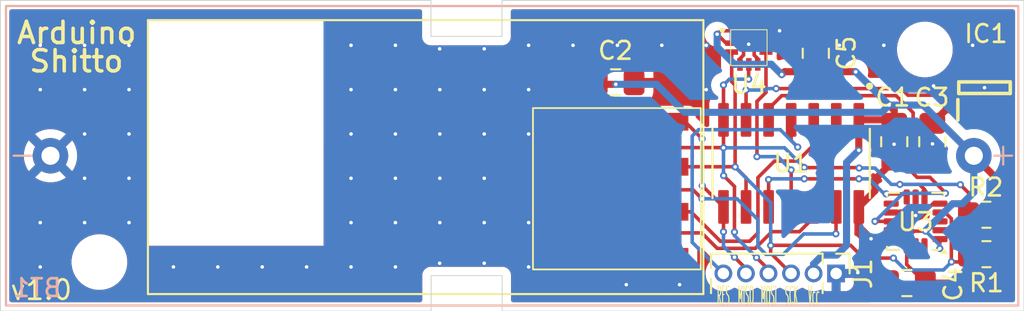
<source format=kicad_pcb>
(kicad_pcb (version 20240108) (generator "pcbnew") (generator_version "8.0")
  (layers (0 "F.Cu" signal) (31 "B.Cu" signal) (34 "B.Paste" user) (35 "F.Paste" user) (36 "B.SilkS" user "B.Silkscreen") (37 "F.SilkS" user "F.Silkscreen") (38 "B.Mask" user) (39 "F.Mask" user) (44 "Edge.Cuts" user))
  (net 0 "")
  (net 1 "GND")
  (net 2 "/RESET")
  (net 3 "3.6V")
  (net 8 "/IRQ")
  (net 11 "/SCK")
  (net 12 "/INT_HALL")
  (net 13 "/CS{slash}A")
  (net 14 "/CS{slash}RF")
  (net 15 "/CS{slash}P")
  (net 16 "/CE")
  (net 17 "/MISO")
  (net 18 "/MOSI")
  (net 20 "/INT_ACC")
  (footprint "Capacitor_SMD:C_0805_2012Metric_Pad1.18x1.45mm_HandSolder" (layer "F.Cu") (at 129.6675 68.0475 90)
    (property "Reference" "C1" (at 2.505 -0.0775 180) (layer "F.SilkS"))
    (property "Value" "100nF" (hide yes))
    (pad "1" smd roundrect (at -1.0375 0 90) (size 1.175 1.45) (layers "F.Cu" "F.Paste" "F.Mask") (roundrect_rratio 0.212766) (net 1 "GND"))
    (pad "2" smd roundrect (at 1.0375 0 90) (size 1.175 1.45) (layers "F.Cu" "F.Paste" "F.Mask") (roundrect_rratio 0.212766) (net 3 "3.6V"))
  )
  (footprint "RF_Module:nRF24L01_Breakout" (layer "F.Cu") (at 114.475 74.925 180)
    (property "Reference" "U2" (hide yes))
    (property "Value" "NRF24L01_Breakout" (hide yes))
    (pad "1" smd rect (at -1.8 0.385 270) (size 1 3.6) (layers "F.Cu" "F.Paste" "F.Mask") (net 1 "GND") (clearance 0.4))
    (pad "2" smd rect (at 2.8 0.385 270) (size 1 3.6) (layers "F.Cu" "F.Paste" "F.Mask") (net 3 "3.6V") (clearance 0.4))
    (pad "3" smd rect (at -1.8 2.925 270) (size 1 3.6) (layers "F.Cu" "F.Paste" "F.Mask") (net 16 "/CE") (clearance 0.4))
    (pad "4" smd rect (at 2.8 2.925 270) (size 1 3.6) (layers "F.Cu" "F.Paste" "F.Mask") (net 14 "/CS{slash}RF") (clearance 0.4))
    (pad "5" smd rect (at -1.8 5.465 270) (size 1 3.6) (layers "F.Cu" "F.Paste" "F.Mask") (net 11 "/SCK") (clearance 0.4))
    (pad "6" smd rect (at 2.8 5.465 270) (size 1 3.6) (layers "F.Cu" "F.Paste" "F.Mask") (net 18 "/MOSI") (clearance 0.4))
    (pad "7" smd rect (at -1.8 8.005 270) (size 1 3.6) (layers "F.Cu" "F.Paste" "F.Mask") (net 17 "/MISO") (clearance 0.4))
    (pad "8" smd rect (at 2.8 8.005 270) (size 1 3.6) (layers "F.Cu" "F.Paste" "F.Mask") (net 8 "/IRQ") (clearance 0.4))
  )
  (footprint "ATTINY84-20SSU:SOIC127P600X175-14N" (layer "F.Cu") (at 123.8625 69.27 -90)
    (property "Reference" "U1" (at 0 0 0) (layer "F.SilkS"))
    (property "Value" "ATTINY84-20SSU" (hide yes))
    (pad "1" smd roundrect (at -2.455 -3.81 270) (size 1.9 0.6) (layers "F.Cu" "F.Paste" "F.Mask") (roundrect_rratio 0.125) (net 3 "3.6V"))
    (pad "2" smd roundrect (at -2.455 -2.54 270) (size 1.9 0.6) (layers "F.Cu" "F.Paste" "F.Mask") (roundrect_rratio 0.125))
    (pad "3" smd roundrect (at -2.455 -1.27 270) (size 1.9 0.6) (layers "F.Cu" "F.Paste" "F.Mask") (roundrect_rratio 0.125) (net 16 "/CE"))
    (pad "4" smd roundrect (at -2.455 0 270) (size 1.9 0.6) (layers "F.Cu" "F.Paste" "F.Mask") (roundrect_rratio 0.125) (net 2 "/RESET"))
    (pad "5" smd roundrect (at -2.455 1.27 270) (size 1.9 0.6) (layers "F.Cu" "F.Paste" "F.Mask") (roundrect_rratio 0.125) (net 20 "/INT_ACC"))
    (pad "6" smd roundrect (at -2.455 2.54 270) (size 1.9 0.6) (layers "F.Cu" "F.Paste" "F.Mask") (roundrect_rratio 0.125) (net 12 "/INT_HALL"))
    (pad "7" smd roundrect (at -2.455 3.81 270) (size 1.9 0.6) (layers "F.Cu" "F.Paste" "F.Mask") (roundrect_rratio 0.125) (net 18 "/MOSI"))
    (pad "8" smd roundrect (at 2.455 3.81 270) (size 1.9 0.6) (layers "F.Cu" "F.Paste" "F.Mask") (roundrect_rratio 0.125) (net 17 "/MISO"))
    (pad "9" smd roundrect (at 2.455 2.54 270) (size 1.9 0.6) (layers "F.Cu" "F.Paste" "F.Mask") (roundrect_rratio 0.125) (net 11 "/SCK"))
    (pad "10" smd roundrect (at 2.455 1.27 270) (size 1.9 0.6) (layers "F.Cu" "F.Paste" "F.Mask") (roundrect_rratio 0.125) (net 13 "/CS{slash}A"))
    (pad "11" smd roundrect (at 2.455 0 270) (size 1.9 0.6) (layers "F.Cu" "F.Paste" "F.Mask") (roundrect_rratio 0.125) (net 15 "/CS{slash}P"))
    (pad "12" smd roundrect (at 2.455 -1.27 270) (size 1.9 0.6) (layers "F.Cu" "F.Paste" "F.Mask") (roundrect_rratio 0.125) (net 14 "/CS{slash}RF"))
    (pad "13" smd roundrect (at 2.455 -2.54 270) (size 1.9 0.6) (layers "F.Cu" "F.Paste" "F.Mask") (roundrect_rratio 0.125) (net 8 "/IRQ"))
    (pad "14" smd roundrect (at 2.455 -3.81 270) (size 1.9 0.6) (layers "F.Cu" "F.Paste" "F.Mask") (roundrect_rratio 0.125) (net 1 "GND"))
  )
  (footprint "Connector_PinHeader_1.27mm:PinHeader_1x06_P1.27mm_Vertical" (layer "F.Cu") (at 126.395 75.475 -90)
    (property "Reference" "J1" (at 0.015 -1.505 90) (layer "F.SilkS"))
    (property "Value" "Conn_01x06_Pin" (hide yes))
    (pad "1" thru_hole rect (at 0 0 270) (size 1 1) (drill 0.65) (layers "*.Cu" "*.Mask") (net 1 "GND"))
    (pad "2" thru_hole oval (at 0 1.27 270) (size 1 1) (drill 0.65) (layers "*.Cu" "*.Mask") (net 3 "3.6V"))
    (pad "3" thru_hole oval (at 0 2.54 270) (size 1 1) (drill 0.65) (layers "*.Cu" "*.Mask") (net 11 "/SCK"))
    (pad "4" thru_hole oval (at 0 3.81 270) (size 1 1) (drill 0.65) (layers "*.Cu" "*.Mask") (net 18 "/MOSI"))
    (pad "5" thru_hole oval (at 0 5.08 270) (size 1 1) (drill 0.65) (layers "*.Cu" "*.Mask") (net 17 "/MISO"))
    (pad "6" thru_hole oval (at 0 6.35 270) (size 1 1) (drill 0.65) (layers "*.Cu" "*.Mask") (net 2 "/RESET"))
  )
  (footprint "Package_LGA:LGA-16_3x3mm_P0.5mm_LayoutBorder3x5y" (layer "F.Cu") (at 130.87 72.54 180)
    (property "Reference" "U3" (at -0.005 -0.03 0) (layer "F.SilkS"))
    (property "Value" "LIS3DH" (hide yes))
    (pad "1" smd roundrect (at -1.375 -1 180) (size 0.85 0.35) (layers "F.Cu" "F.Paste" "F.Mask") (net 3 "3.6V") (clearance 0.07))
    (pad "2" smd roundrect (at -1.375 -0.5 180) (size 0.85 0.35) (layers "F.Cu" "F.Paste" "F.Mask") (clearance 0.07))
    (pad "3" smd roundrect (at -1.375 0 180) (size 0.85 0.35) (layers "F.Cu" "F.Paste" "F.Mask") (clearance 0.07))
    (pad "4" smd roundrect (at -1.375 0.5 180) (size 0.85 0.35) (layers "F.Cu" "F.Paste" "F.Mask") (net 11 "/SCK") (clearance 0.07))
    (pad "5" smd roundrect (at -1.375 1 180) (size 0.85 0.35) (layers "F.Cu" "F.Paste" "F.Mask") (net 1 "GND") (clearance 0.07))
    (pad "6" smd roundrect (at -0.5 1.375 180) (size 0.35 0.85) (layers "F.Cu" "F.Paste" "F.Mask") (net 18 "/MOSI") (clearance 0.07))
    (pad "7" smd roundrect (at 0 1.375 180) (size 0.35 0.85) (layers "F.Cu" "F.Paste" "F.Mask") (clearance 0.07))
    (pad "8" smd roundrect (at 0.5 1.375 180) (size 0.35 0.85) (layers "F.Cu" "F.Paste" "F.Mask") (net 13 "/CS{slash}A") (clearance 0.07))
    (pad "9" smd roundrect (at 1.375 1 180) (size 0.85 0.35) (layers "F.Cu" "F.Paste" "F.Mask") (clearance 0.07))
    (pad "10" smd roundrect (at 1.375 0.5 180) (size 0.85 0.35) (layers "F.Cu" "F.Paste" "F.Mask") (net 1 "GND") (clearance 0.07))
    (pad "11" smd roundrect (at 1.375 0 180) (size 0.85 0.35) (layers "F.Cu" "F.Paste" "F.Mask") (net 20 "/INT_ACC") (clearance 0.07))
    (pad "12" smd roundrect (at 1.375 -0.5 180) (size 0.85 0.35) (layers "F.Cu" "F.Paste" "F.Mask") (net 1 "GND") (clearance 0.07))
    (pad "13" smd roundrect (at 1.375 -1 180) (size 0.85 0.35) (layers "F.Cu" "F.Paste" "F.Mask") (clearance 0.07))
    (pad "14" smd roundrect (at 0.5 -1.375 180) (size 0.35 0.85) (layers "F.Cu" "F.Paste" "F.Mask") (net 3 "3.6V") (clearance 0.07))
    (pad "15" smd roundrect (at 0 -1.375 180) (size 0.35 0.85) (layers "F.Cu" "F.Paste" "F.Mask") (clearance 0.07))
    (pad "16" smd roundrect (at -0.5 -1.375 180) (size 0.35 0.85) (layers "F.Cu" "F.Paste" "F.Mask") (clearance 0.07))
  )
  (footprint "ILPS22QSTR:ILPS22QSTR" (layer "F.Cu") (at 121.48 62.74 180)
    (property "Reference" "U4" (at -0.01 -2.08 0) (layer "F.SilkS"))
    (property "Value" "ILPS22QS" (hide yes))
    (pad "1" smd rect (at 0.965 0.25) (size 0.714 0.312) (layers "F.Cu" "F.Paste" "F.Mask") (net 3 "3.6V") (clearance 0.07))
    (pad "2" smd rect (at 0.965 -0.25) (size 0.714 0.312) (layers "F.Cu" "F.Paste" "F.Mask") (net 11 "/SCK") (clearance 0.07))
    (pad "3" smd rect (at 0.5 -0.95 270) (size 0.714 0.312) (layers "F.Cu" "F.Paste" "F.Mask") (net 1 "GND") (clearance 0.07))
    (pad "4" smd rect (at 0 -0.95 270) (size 0.714 0.312) (layers "F.Cu" "F.Paste" "F.Mask") (net 18 "/MOSI") (clearance 0.07))
    (pad "5" smd rect (at -0.5 -0.95 270) (size 0.7 0.312) (layers "F.Cu" "F.Paste" "F.Mask") (net 1 "GND") (clearance 0.07))
    (pad "6" smd rect (at -0.965 -0.25) (size 0.7314 0.312) (layers "F.Cu" "F.Paste" "F.Mask") (net 15 "/CS{slash}P") (clearance 0.07))
    (pad "7" smd rect (at -0.965 0.25 180) (size 0.714 0.312) (layers "F.Cu" "F.Paste" "F.Mask") (net 1 "GND") (clearance 0.07))
    (pad "8" smd rect (at -0.5 0.95 270) (size 0.714 0.312) (layers "F.Cu" "F.Paste" "F.Mask") (net 1 "GND") (clearance 0.07))
    (pad "9" smd rect (at 0 0.95 270) (size 0.714 0.312) (layers "F.Cu" "F.Paste" "F.Mask") (net 1 "GND") (clearance 0.07))
    (pad "10" smd rect (at 0.5 0.95 270) (size 0.714 0.312) (layers "F.Cu" "F.Paste" "F.Mask") (net 3 "3.6V") (clearance 0.07))
  )
  (footprint "Resistor_SMD:R_0805_2012Metric_Pad1.20x1.40mm_HandSolder" (layer "F.Cu") (at 134.8575 74.39 180)
    (property "Reference" "R1" (at 0 -1.625 0) (layer "F.SilkS"))
    (property "Value" "10kΩ" (hide yes))
    (pad "1" smd roundrect (at -1 0 180) (size 1.2 1.4) (layers "F.Cu" "F.Paste" "F.Mask") (roundrect_rratio 0.208333) (net 3 "3.6V"))
    (pad "2" smd roundrect (at 1 0 180) (size 1.2 1.4) (layers "F.Cu" "F.Paste" "F.Mask") (roundrect_rratio 0.208333) (net 11 "/SCK"))
  )
  (footprint "Si7201-B-04-IV:SOT95P275X125-3N" (layer "F.Cu") (at 134.75 65 90)
    (property "Reference" "IC1" (hide yes))
    (property "Value" "Si7201-B-04-IV" (hide yes))
    (pad "1" smd rect (at -1.25 -0.95 180) (size 0.6 1.05) (layers "F.Cu" "F.Paste" "F.Mask") (net 3 "3.6V"))
    (pad "2" smd rect (at -1.25 0.95 180) (size 0.6 1.05) (layers "F.Cu" "F.Paste" "F.Mask") (net 12 "/INT_HALL"))
    (pad "3" smd rect (at 1.45 0 180) (size 0.6 1.05) (layers "F.Cu" "F.Paste" "F.Mask") (net 1 "GND"))
  )
  (footprint "Resistor_SMD:R_0805_2012Metric_Pad1.20x1.40mm_HandSolder" (layer "F.Cu") (at 134.8575 72.165 180)
    (property "Reference" "R2" (at 0.0275 1.545 0) (layer "F.SilkS"))
    (property "Value" "10kΩ" (hide yes))
    (pad "1" smd roundrect (at -1 0 180) (size 1.2 1.4) (layers "F.Cu" "F.Paste" "F.Mask") (roundrect_rratio 0.208333) (net 3 "3.6V"))
    (pad "2" smd roundrect (at 1 0 180) (size 1.2 1.4) (layers "F.Cu" "F.Paste" "F.Mask") (roundrect_rratio 0.208333) (net 18 "/MOSI"))
  )
  (footprint "Capacitor_SMD:C_0805_2012Metric_Pad1.18x1.45mm_HandSolder" (layer "F.Cu") (at 125.25 63.06 -90)
    (property "Reference" "C5" (at -0.005 -1.7225 90) (layer "F.SilkS"))
    (property "Value" "100nF" (hide yes))
    (pad "1" smd roundrect (at -1.0375 0 270) (size 1.175 1.45) (layers "F.Cu" "F.Paste" "F.Mask") (roundrect_rratio 0.212766) (net 1 "GND"))
    (pad "2" smd roundrect (at 1.0375 0 270) (size 1.175 1.45) (layers "F.Cu" "F.Paste" "F.Mask") (roundrect_rratio 0.212766) (net 3 "3.6V"))
  )
  (footprint "Capacitor_SMD:C_0805_2012Metric_Pad1.18x1.45mm_HandSolder" (layer "F.Cu") (at 130.38 76.02)
    (property "Reference" "C4" (at 2.6 0.06 90) (layer "F.SilkS"))
    (property "Value" "100nF" (hide yes))
    (pad "1" smd roundrect (at -1.0375 0) (size 1.175 1.45) (layers "F.Cu" "F.Paste" "F.Mask") (roundrect_rratio 0.212766) (net 1 "GND"))
    (pad "2" smd roundrect (at 1.0375 0) (size 1.175 1.45) (layers "F.Cu" "F.Paste" "F.Mask") (roundrect_rratio 0.212766) (net 3 "3.6V"))
  )
  (footprint "Capacitor_SMD:C_0805_2012Metric_Pad1.18x1.45mm_HandSolder" (layer "F.Cu") (at 131.81 68.0475 90)
    (property "Reference" "C3" (at 2.49 -0.02 180) (layer "F.SilkS"))
    (property "Value" "100nF" (hide yes))
    (pad "1" smd roundrect (at -1.0375 0 90) (size 1.175 1.45) (layers "F.Cu" "F.Paste" "F.Mask") (roundrect_rratio 0.212766) (net 1 "GND"))
    (pad "2" smd roundrect (at 1.0375 0 90) (size 1.175 1.45) (layers "F.Cu" "F.Paste" "F.Mask") (roundrect_rratio 0.212766) (net 3 "3.6V"))
  )
  (footprint "Capacitor_SMD:C_0805_2012Metric_Pad1.18x1.45mm_HandSolder" (layer "F.Cu") (at 113.98 64.7 180)
    (property "Reference" "C2" (at 0.01 1.79 0) (layer "F.SilkS"))
    (property "Value" "10µF" (hide yes))
    (pad "1" smd roundrect (at -1.0375 0 180) (size 1.175 1.45) (layers "F.Cu" "F.Paste" "F.Mask") (roundrect_rratio 0.212766) (net 1 "GND"))
    (pad "2" smd roundrect (at 1.0375 0 180) (size 1.175 1.45) (layers "F.Cu" "F.Paste" "F.Mask") (roundrect_rratio 0.212766) (net 3 "3.6V"))
  )
  (footprint "clipboard:4eb36868-7858-4e6f-a6ae-c8a8869b2542" (layer "F.Cu") (at 119.98 61.89)
    (property "Reference" "" (at 0 0 0) (layer "F.SilkS") (effects (font (size 1.27 1.27))))
    (property "Value" "")
  )
  (footprint "2460:BAT_2460" (layer "B.Cu") (at 108.1525 68.84)
    (property "Reference" "BT1" (at -26.745 7.45 180) (layer "B.SilkS") (effects (justify mirror)))
    (property "Value" "2460" (hide yes))
    (pad "" np_thru_hole circle (at -23.24 5.995) (size 2.64 2.64) (drill 2.64) (layers "*.Cu" "*.Mask"))
    (pad "" np_thru_hole circle (at 23.24 -5.995) (size 2.64 2.64) (drill 2.64) (layers "*.Cu" "*.Mask"))
    (pad "N" thru_hole circle (at -25.995 0) (size 2 2) (drill 1.02) (layers "*.Cu" "*.Mask") (net 1 "GND"))
    (pad "P" thru_hole circle (at 25.995 0) (size 2 2) (drill 1.02) (layers "*.Cu" "*.Mask") (net 3 "3.6V"))
  )
  (gr_line (start 79.34 60.08) (end 79.34 77.6) (stroke (width 0.05)) (layer "Edge.Cuts"))
  (gr_line (start 103.59 75.6) (end 103.59 77.6) (stroke (width 0.05)) (layer "Edge.Cuts"))
  (gr_line (start 103.58 60.08) (end 79.34 60.08) (stroke (width 0.05)) (layer "Edge.Cuts"))
  (gr_line (start 103.59 75.6) (end 107.59 75.6) (stroke (width 0.05)) (layer "Edge.Cuts"))
  (gr_line (start 107.58 62.11) (end 103.58 62.11) (stroke (width 0.05)) (layer "Edge.Cuts"))
  (gr_line (start 136.97 77.6) (end 136.97 60.08) (stroke (width 0.05)) (layer "Edge.Cuts"))
  (gr_line (start 79.34 77.6) (end 103.59 77.6) (stroke (width 0.05)) (layer "Edge.Cuts"))
  (gr_line (start 131.93 60.08) (end 136.97 60.08) (stroke (width 0.05)) (layer "Edge.Cuts"))
  (gr_line (start 107.59 75.6) (end 107.59 77.6) (stroke (width 0.05)) (layer "Edge.Cuts"))
  (gr_line (start 107.58 62.11) (end 107.58 60.08) (stroke (width 0.05)) (layer "Edge.Cuts"))
  (gr_line (start 107.59 77.6) (end 136.97 77.6) (stroke (width 0.05)) (layer "Edge.Cuts"))
  (gr_line (start 131.93 60.08) (end 107.58 60.08) (stroke (width 0.05)) (layer "Edge.Cuts"))
  (gr_line (start 103.58 62.11) (end 103.58 60.08) (stroke (width 0.05)) (layer "Edge.Cuts"))
  (gr_text "v1.0" (at 79.81 77.05 0) (layer "F.SilkS") (effects (font (size 1.1 1.1)) (justify left bottom)))
  (gr_text "Shitto" (at 80.8575 64.21 0) (layer "F.SilkS") (effects (font (size 1.2 1.2) (thickness 0.2) (bold yes)) (justify left bottom)))
  (gr_text "RES" (at 119.65 77.31 0) (layer "F.SilkS") (effects (font (size 1 0.25) (thickness 0.0625) (bold yes)) (justify left bottom)))
  (gr_text "MISO" (at 120.82 77.31 0) (layer "F.SilkS") (effects (font (size 1 0.25) (thickness 0.0625) (bold yes)) (justify left bottom)))
  (gr_text "SCK" (at 123.47 77.31 0) (layer "F.SilkS") (effects (font (size 1 0.25) (thickness 0.0625) (bold yes)) (justify left bottom)))
  (gr_text "MOSI" (at 122.11 77.31 0) (layer "F.SilkS") (effects (font (size 1 0.25) (thickness 0.0625) (bold yes)) (justify left bottom)))
  (gr_text "IC1\n" (at 134.83 61.96 0) (layer "F.SilkS") (effects (font (size 1 1))))
  (gr_text "Vcc\n" (at 124.78 77.31 0) (layer "F.SilkS") (effects (font (size 1 0.25) (thickness 0.0625) (bold yes)) (justify left bottom)))
  (gr_text "Arduino" (at 80.1575 62.61 0) (layer "F.SilkS") (effects (font (size 1.2 1.2) (thickness 0.2) (bold yes)) (justify left bottom)))
  (segment (start 129.6675 68.2) (end 129.6575 68.19) (width 0.4) (layer "F.Cu") (net 1))
  (segment (start 131.85 71.54) (end 132.2325 71.54) (width 0.2) (layer "F.Cu") (net 1))
  (segment (start 121.18 62.84) (end 121.18 63.163) (width 0.2) (layer "F.Cu") (net 1))
  (segment (start 121.78 62.86) (end 121.78 63.163) (width 0.2) (layer "F.Cu") (net 1))
  (segment (start 121.78 63.163) (end 121.98 63.363) (width 0.2) (layer "F.Cu") (net 1))
  (segment (start 127.6025 71.725) (end 127.6725 71.795) (width 0.2) (layer "F.Cu") (net 1))
  (segment (start 128.36 73.52) (end 127.6825 72.8425) (width 0.4) (layer "F.Cu") (net 1))
  (segment (start 127.6825 72.8425) (end 127.6825 71.735) (width 0.4) (layer "F.Cu") (net 1))
  (segment (start 121.47 62.55) (end 121.47 61.8) (width 0.2) (layer "F.Cu") (net 1))
  (segment (start 125.25 61.8) (end 125.77 61.8) (width 0.4) (layer "F.Cu") (net 1))
  (segment (start 130.87 72.21) (end 130.04 73.04) (width 0.2) (layer "F.Cu") (net 1))
  (segment (start 131.81 68.18) (end 131.82 68.17) (width 0.2) (layer "F.Cu") (net 1))
  (segment (start 134.08 62.61) (end 134.75 63.28) (width 0.4) (layer "F.Cu") (net 1))
  (segment (start 121.98 63.363) (end 121.98 63.69) (width 0.2) (layer "F.Cu") (net 1))
  (segment (start 114.08 62.61) (end 115.0175 63.5475) (width 0.4) (layer "F.Cu") (net 1))
  (segment (start 131.81 69.085) (end 131.81 68.18) (width 0.4) (layer "F.Cu") (net 1))
  (segment (start 130.7 72.04) (end 129.495 72.04) (width 0.2) (layer "F.Cu") (net 1))
  (segment (start 120.98 63.363) (end 120.98 63.69) (width 0.2) (layer "F.Cu") (net 1))
  (segment (start 127.615 75.43) (end 126.44 75.43) (width 0.4) (layer "F.Cu") (net 1))
  (segment (start 128.58 70.8175) (end 128.58 70.1725) (width 0.4) (layer "F.Cu") (net 1))
  (segment (start 131.15 71.93) (end 131.46 71.93) (width 0.2) (layer "F.Cu") (net 1))
  (segment (start 121.47 62.55) (end 121.18 62.84) (width 0.2) (layer "F.Cu") (net 1))
  (segment (start 125.77 61.8) (end 126.58 62.61) (width 0.4) (layer "F.Cu") (net 1))
  (segment (start 126.44 75.43) (end 126.395 75.475) (width 0.4) (layer "F.Cu") (net 1))
  (segment (start 130.04 73.04) (end 129.6325 73.04) (width 0.2) (layer "F.Cu") (net 1))
  (segment (start 123.21 61.79) (end 123.21 61.8) (width 0.2) (layer "F.Cu") (net 1))
  (segment (start 125.26 62) (end 125.2575 62.0025) (width 0.2) (layer "F.Cu") (net 1))
  (segment (start 114.58 76.11) (end 116.15 74.54) (width 0.4) (layer "F.Cu") (net 1))
  (segment (start 127.6725 71.725) (end 128.58 70.8175) (width 0.4) (layer "F.Cu") (net 1))
  (segment (start 123.21 61.79) (end 121.98 61.79) (width 0.2) (layer "F.Cu") (net 1))
  (segment (start 127.6825 71.735) (end 127.6725 71.725) (width 0.2) (layer "F.Cu") (net 1))
  (segment (start 131.46 71.93) (end 131.85 71.54) (width 0.2) (layer "F.Cu") (net 1))
  (segment (start 130.87 72.21) (end 131.15 71.93) (width 0.2) (layer "F.Cu") (net 1))
  (segment (start 129.6675 69.085) (end 129.6675 68.2) (width 0.4) (layer "F.Cu") (net 1))
  (segment (start 116.15 74.54) (end 116.275 74.54) (width 0.2) (layer "F.Cu") (net 1))
  (segment (start 121.47 62.55) (end 121.78 62.86) (width 0.2) (layer "F.Cu") (net 1))
  (segment (start 128.205 76.02) (end 129.3425 76.02) (width 0.4) (layer "F.Cu") (net 1))
  (segment (start 122.52 62.49) (end 122.51 62.49) (width 0.2) (layer "F.Cu") (net 1))
  (segment (start 121.47 61.8) (end 121.48 61.79) (width 0.2) (layer "F.Cu") (net 1))
  (segment (start 123.21 61.8) (end 122.52 62.49) (width 0.2) (layer "F.Cu") (net 1))
  (segment (start 115.0175 63.5475) (end 115.0175 64.7) (width 0.4) (layer "F.Cu") (net 1))
  (segment (start 130.87 72.21) (end 130.7 72.04) (width 0.2) (layer "F.Cu") (net 1))
  (segment (start 116.285 74.55) (end 116.275 74.54) (width 0.2) (layer "F.Cu") (net 1))
  (segment (start 128.58 70.1725) (end 129.6675 69.085) (width 0.4) (layer "F.Cu") (net 1))
  (segment (start 134.75 63.28) (end 134.75 63.55) (width 0.4) (layer "F.Cu") (net 1))
  (segment (start 127.615 75.43) (end 128.205 76.02) (width 0.4) (layer "F.Cu") (net 1))
  (segment (start 121.18 63.163) (end 120.98 63.363) (width 0.2) (layer "F.Cu") (net 1))
  (via blind (at 89.08 75.11) (size 0.4) (drill 0.2) (layers "F.Cu" "B.Cu") (net 1))
  (via blind (at 81.58 72.61) (size 0.4) (drill 0.2) (layers "F.Cu" "B.Cu") (net 1))
  (via blind (at 109.08 72.61) (size 0.4) (drill 0.2) (layers "F.Cu" "B.Cu") (net 1))
  (via blind (at 84.08 62.61) (size 0.4) (drill 0.2) (layers "F.Cu" "B.Cu") (net 1))
  (via blind (at 86.58 65.11) (size 0.4) (drill 0.2) (layers "F.Cu" "B.Cu") (net 1))
  (via blind (at 106.58 67.61) (size 0.4) (drill 0.2) (layers "F.Cu" "B.Cu") (net 1))
  (via blind (at 86.58 62.61) (size 0.4) (drill 0.2) (layers "F.Cu" "B.Cu") (net 1))
  (via blind (at 106.58 72.61) (size 0.4) (drill 0.2) (layers "F.Cu" "B.Cu") (net 1))
  (via blind (at 104.07 62.81) (size 0.4) (drill 0.2) (layers "F.Cu" "B.Cu") (net 1))
  (via blind (at 104.08 65.11) (size 0.4) (drill 0.2) (layers "F.Cu" "B.Cu") (net 1))
  (via blind (at 117.58 76.11) (size 0.4) (drill 0.2) (layers "F.Cu" "B.Cu") (net 1))
  (via blind (at 131.82 68.17) (size 0.4) (drill 0.2) (layers "F.Cu" "B.Cu") (net 1))
  (via blind (at 134.75 65) (size 0.4) (drill 0.2) (layers "F.Cu" "B.Cu") (net 1))
  (via blind (at 96.58 75.11) (size 0.4) (drill 0.2) (layers "F.Cu" "B.Cu") (net 1))
  (via blind (at 119.08 65.11) (size 0.4) (drill 0.2) (layers "F.Cu" "B.Cu") (net 1))
  (via blind (at 99.08 67.61) (size 0.4) (drill 0.2) (layers "F.Cu" "B.Cu") (net 1))
  (via blind (at 130.87 72.21) (size 0.4) (drill 0.2) (layers "F.Cu" "B.Cu") (net 1))
  (via blind (at 104.08 70.11) (size 0.4) (drill 0.2) (layers "F.Cu" "B.Cu") (net 1))
  (via blind (at 127.615 75.43) (size 0.4) (drill 0.2) (layers "F.Cu" "B.Cu") (net 1))
  (via blind (at 94.08 75.11) (size 0.4) (drill 0.2) (layers "F.Cu" "B.Cu") (net 1))
  (via blind (at 106.58 62.81) (size 0.4) (drill 0.2) (layers "F.Cu" "B.Cu") (net 1))
  (via blind (at 119.08 62.61) (size 0.4) (drill 0.2) (layers "F.Cu" "B.Cu") (net 1))
  (via blind (at 109.08 75.11) (size 0.4) (drill 0.2) (layers "F.Cu" "B.Cu") (net 1))
  (via blind (at 106.58 70.11) (size 0.4) (drill 0.2) (layers "F.Cu" "B.Cu") (net 1))
  (via blind (at 84.08 70.11) (size 0.4) (drill 0.2) (layers "F.Cu" "B.Cu") (net 1))
  (via blind (at 84.08 65.11) (size 0.4) (drill 0.2) (layers "F.Cu" "B.Cu") (net 1))
  (via blind (at 101.58 67.61) (size 0.4) (drill 0.2) (layers "F.Cu" "B.Cu") (net 1))
  (via blind (at 84.08 72.61) (size 0.4) (drill 0.2) (layers "F.Cu" "B.Cu") (net 1))
  (via blind (at 126.58 62.61) (size 0.4) (drill 0.2) (layers "F.Cu" "B.Cu") (net 1))
  (via blind (at 109.08 65.11) (size 0.4) (drill 0.2) (layers "F.Cu" "B.Cu") (net 1))
  (via blind (at 106.58 74.9) (size 0.4) (drill 0.2) (layers "F.Cu" "B.Cu") (net 1))
  (via blind (at 99.08 65.11) (size 0.4) (drill 0.2) (layers "F.Cu" "B.Cu") (net 1))
  (via blind (at 91.58 75.11) (size 0.4) (drill 0.2) (layers "F.Cu" "B.Cu") (net 1))
  (via blind (at 99.08 75.11) (size 0.4) (drill 0.2) (layers "F.Cu" "B.Cu") (net 1))
  (via blind (at 109.08 67.61) (size 0.4) (drill 0.2) (layers "F.Cu" "B.Cu") (net 1))
  (via blind (at 86.58 67.61) (size 0.4) (drill 0.2) (layers "F.Cu" "B.Cu") (net 1))
  (via blind (at 134.08 62.61) (size 0.4) (drill 0.2) (layers "F.Cu" "B.Cu") (net 1))
  (via blind (at 128.36 73.52) (size 0.4) (drill 0.2) (layers "F.Cu" "B.Cu") (net 1))
  (via blind (at 86.58 72.61) (size 0.4) (drill 0.2) (layers "F.Cu" "B.Cu") (net 1))
  (via blind (at 81.58 65.11) (size 0.4) (drill 0.2) (layers "F.Cu" "B.Cu") (net 1))
  (via blind (at 116.58 62.61) (size 0.4) (drill 0.2) (layers "F.Cu" "B.Cu") (net 1))
  (via blind (at 104.08 72.61) (size 0.4) (drill 0.2) (layers "F.Cu" "B.Cu") (net 1))
  (via blind (at 99.08 62.61) (size 0.4) (drill 0.2) (layers "F.Cu" "B.Cu") (net 1))
  (via blind (at 109.08 62.61) (size 0.4) (drill 0.2) (layers "F.Cu" "B.Cu") (net 1))
  (via blind (at 101.58 65.11) (size 0.4) (drill 0.2) (layers "F.Cu" "B.Cu") (net 1))
  (via blind (at 81.58 75.11) (size 0.4) (drill 0.2) (layers "F.Cu" "B.Cu") (net 1))
  (via blind (at 101.58 62.61) (size 0.4) (drill 0.2) (layers "F.Cu" "B.Cu") (net 1))
  (via blind (at 106.58 65.11) (size 0.4) (drill 0.2) (layers "F.Cu" "B.Cu") (net 1))
  (via blind (at 121.47 62.55) (size 0.4) (drill 0.2) (layers "F.Cu" "B.Cu") (net 1))
  (via blind (at 129.08 62.61) (size 0.4) (drill 0.2) (layers "F.Cu" "B.Cu") (net 1))
  (via blind (at 114.58 76.11) (size 0.4) (drill 0.2) (layers "F.Cu" "B.Cu") (net 1))
  (via blind (at 101.58 72.61) (size 0.4) (drill 0.2) (layers "F.Cu" "B.Cu") (net 1))
  (via blind (at 131.88 64.9) (size 0.4) (drill 0.2) (layers "F.Cu" "B.Cu") (net 1))
  (via blind (at 101.58 75.11) (size 0.4) (drill 0.2) (layers "F.Cu" "B.Cu") (net 1))
  (via blind (at 104.08 67.61) (size 0.4) (drill 0.2) (layers "F.Cu" "B.Cu") (net 1))
  (via blind (at 99.08 72.61) (size 0.4) (drill 0.2) (layers "F.Cu" "B.Cu") (net 1))
  (via blind (at 99.08 70.11) (size 0.4) (drill 0.2) (layers "F.Cu" "B.Cu") (net 1))
  (via blind (at 123.21 61.79) (size 0.4) (drill 0.2) (layers "F.Cu" "B.Cu") (net 1))
  (via blind (at 81.58 62.61) (size 0.4) (drill 0.2) (layers "F.Cu" "B.Cu") (net 1))
  (via blind (at 114.08 62.61) (size 0.4) (drill 0.2) (layers "F.Cu" "B.Cu") (net 1))
  (via blind (at 111.58 62.61) (size 0.4) (drill 0.2) (layers "F.Cu" "B.Cu") (net 1))
  (via blind (at 129.6575 68.19) (size 0.4) (drill 0.2) (layers "F.Cu" "B.Cu") (net 1))
  (via blind (at 101.58 70.11) (size 0.4) (drill 0.2) (layers "F.Cu" "B.Cu") (net 1))
  (via blind (at 104.07 74.9) (size 0.4) (drill 0.2) (layers "F.Cu" "B.Cu") (net 1))
  (via blind (at 84.08 67.61) (size 0.4) (drill 0.2) (layers "F.Cu" "B.Cu") (net 1))
  (via blind (at 86.58 70.11) (size 0.4) (drill 0.2) (layers "F.Cu" "B.Cu") (net 1))
  (segment (start 131.81 68.18) (end 131.82 68.17) (width 0.2) (layer "B.Cu") (net 1))
  (segment (start 123.8625 67.9825) (end 123.8625 66.815) (width 0.2) (layer "F.Cu") (net 2))
  (segment (start 124.23 68.35) (end 123.8625 67.9825) (width 0.2) (layer "F.Cu") (net 2))
  (via blind (at 124.23 68.35) (size 0.4) (drill 0.2) (layers "F.Cu" "B.Cu") (net 2))
  (segment (start 118.649339 67.37) (end 123.25 67.37) (width 0.2) (layer "B.Cu") (net 2))
  (segment (start 118.29 67.729339) (end 118.649339 67.37) (width 0.2) (layer "B.Cu") (net 2))
  (segment (start 123.25 67.37) (end 124.23 68.35) (width 0.2) (layer "B.Cu") (net 2))
  (segment (start 118.29 73.72) (end 118.29 67.729339) (width 0.2) (layer "B.Cu") (net 2))
  (segment (start 120.045 75.475) (end 118.29 73.72) (width 0.2) (layer "B.Cu") (net 2))
  (segment (start 135.8575 74.39) (end 135.8575 72.165) (width 0.4) (layer "F.Cu") (net 3))
  (segment (start 120.2 62.49) (end 119.695 61.985) (width 0.2) (layer "F.Cu") (net 3))
  (segment (start 109.49 74.54) (end 111.675 74.54) (width 0.4) (layer "F.Cu") (net 3))
  (segment (start 108.47 66.825) (end 108.47 73.52) (width 0.4) (layer "F.Cu") (net 3))
  (segment (start 120.515 62.49) (end 120.2 62.49) (width 0.2) (layer "F.Cu") (net 3))
  (segment (start 133.8 66.25) (end 132.57 66.25) (width 0.4) (layer "F.Cu") (net 3))
  (segment (start 135.8575 70.55) (end 135.8575 72.165) (width 0.4) (layer "F.Cu") (net 3))
  (segment (start 127.67 66.8175) (end 127.6725 66.815) (width 0.4) (layer "F.Cu") (net 3))
  (segment (start 132.2325 73.5525) (end 132.2325 74.068732) (width 0.2) (layer "F.Cu") (net 3))
  (segment (start 131.81 67.01) (end 132.3175 67.01) (width 0.4) (layer "F.Cu") (net 3))
  (segment (start 119.89 61.79) (end 120.98 61.79) (width 0.2) (layer "F.Cu") (net 3))
  (segment (start 108.47 73.52) (end 109.49 74.54) (width 0.4) (layer "F.Cu") (net 3))
  (segment (start 111.605 74.61) (end 111.675 74.54) (width 0.2) (layer "F.Cu") (net 3))
  (segment (start 131.4175 76.02) (end 134.2275 76.02) (width 0.4) (layer "F.Cu") (net 3))
  (segment (start 129.4725 66.815) (end 127.6725 66.815) (width 0.4) (layer "F.Cu") (net 3))
  (segment (start 129.377457 65.982321) (end 129.6675 66.272364) (width 0.4) (layer "F.Cu") (net 3))
  (segment (start 129.6675 66.272364) (end 129.6675 67.01) (width 0.4) (layer "F.Cu") (net 3))
  (segment (start 132.57 66.25) (end 131.81 67.01) (width 0.4) (layer "F.Cu") (net 3))
  (segment (start 110.475 64.82) (end 108.47 66.825) (width 0.4) (layer "F.Cu") (net 3))
  (segment (start 130.37 74.9725) (end 131.4175 76.02) (width 0.2) (layer "F.Cu") (net 3))
  (segment (start 113.0525 64.81) (end 112.9425 64.7) (width 0.4) (layer "F.Cu") (net 3))
  (segment (start 127.67 68.53) (end 127.67 66.8175) (width 0.4) (layer "F.Cu") (net 3))
  (segment (start 130.37 73.5) (end 130.37 73.915) (width 0.2) (layer "F.Cu") (net 3))
  (segment (start 127.68 66.8225) (end 127.6725 66.815) (width 0.2) (layer "F.Cu") (net 3))
  (segment (start 132.245 73.54) (end 132.2325 73.5525) (width 0.2) (layer "F.Cu") (net 3))
  (segment (start 123.492497 64.0975) (end 125.25 64.0975) (width 0.4) (layer "F.Cu") (net 3))
  (segment (start 123.33 64.259997) (end 123.492497 64.0975) (width 0.4) (layer "F.Cu") (net 3))
  (segment (start 130.779999 73.090001) (end 130.37 73.5) (width 0.2) (layer "F.Cu") (net 3))
  (segment (start 119.695 61.985) (end 119.89 61.79) (width 0.2) (layer "F.Cu") (net 3))
  (segment (start 134.2275 76.02) (end 135.8575 74.39) (width 0.4) (layer "F.Cu") (net 3))
  (segment (start 112.8225 64.82) (end 110.475 64.82) (width 0.4) (layer "F.Cu") (net 3))
  (segment (start 130.37 73.915) (end 130.37 74.9725) (width 0.2) (layer "F.Cu") (net 3))
  (segment (start 131.8 66.66) (end 131.8 67) (width 0.4) (layer "F.Cu") (net 3))
  (segment (start 127.4875 64.0975) (end 127.5 64.11) (width 0.4) (layer "F.Cu") (net 3))
  (segment (start 132.3175 67.01) (end 134.1475 68.84) (width 0.4) (layer "F.Cu") (net 3))
  (segment (start 112.9425 64.7) (end 112.8225 64.82) (width 0.4) (layer "F.Cu") (net 3))
  (segment (start 125.25 64.0975) (end 127.4875 64.0975) (width 0.4) (layer "F.Cu") (net 3))
  (segment (start 125.055 63.875) (end 125.29 64.11) (width 0.4) (layer "F.Cu") (net 3))
  (segment (start 134.1475 68.84) (end 135.8575 70.55) (width 0.4) (layer "F.Cu") (net 3))
  (segment (start 131.8 67) (end 131.81 67.01) (width 0.4) (layer "F.Cu") (net 3))
  (segment (start 113.99 64.81) (end 113.0525 64.81) (width 0.4) (layer "F.Cu") (net 3))
  (segment (start 129.6675 67.01) (end 129.4725 66.815) (width 0.4) (layer "F.Cu") (net 3))
  (segment (start 131.435014 73.090001) (end 130.779999 73.090001) (width 0.2) (layer "F.Cu") (net 3))
  (via blind (at 131.435014 73.090001) (size 0.4) (drill 0.2) (layers "F.Cu" "B.Cu") (net 3))
  (via blind (at 113.99 64.81) (size 0.4) (drill 0.2) (layers "F.Cu" "B.Cu") (net 3))
  (via blind (at 123.33 64.259997) (size 0.4) (drill 0.2) (layers "F.Cu" "B.Cu") (net 3))
  (via blind (at 127.67 68.53) (size 0.4) (drill 0.2) (layers "F.Cu" "B.Cu") (net 3))
  (via blind (at 127.5 64.11) (size 0.4) (drill 0.2) (layers "F.Cu" "B.Cu") (net 3))
  (via blind (at 132.2325 74.068732) (size 0.4) (drill 0.2) (layers "F.Cu" "B.Cu") (net 3))
  (via blind (at 119.695 61.985) (size 0.4) (drill 0.2) (layers "F.Cu" "B.Cu") (net 3))
  (via blind (at 129.377457 65.982321) (size 0.4) (drill 0.2) (layers "F.Cu" "B.Cu") (net 3))
  (segment (start 126.98 69.22) (end 127.67 68.53) (width 0.4) (layer "B.Cu") (net 3))
  (segment (start 132.953946 71.543554) (end 131.435014 73.062486) (width 0.4) (layer "B.Cu") (net 3))
  (segment (start 131.289821 65.982321) (end 134.1475 68.84) (width 0.4) (layer "B.Cu") (net 3))
  (segment (start 126.43 74.44) (end 126.98 73.89) (width 0.4) (layer "B.Cu") (net 3))
  (segment (start 126.98 73.89) (end 126.98 69.22) (width 0.4) (layer "B.Cu") (net 3))
  (segment (start 132.2325 74.068732) (end 132.2325 73.887487) (width 0.2) (layer "B.Cu") (net 3))
  (segment (start 120.67 63.68) (end 119.695 62.705) (width 0.4) (layer "B.Cu") (net 3))
  (segment (start 125.63 74.44) (end 126.43 74.44) (width 0.4) (layer "B.Cu") (net 3))
  (segment (start 125.125 74.945) (end 125.63 74.44) (width 0.4) (layer "B.Cu") (net 3))
  (segment (start 123.33 64.259997) (end 122.750003 63.68) (width 0.4) (layer "B.Cu") (net 3))
  (segment (start 134.1475 68.84) (end 134.1475 70.9) (width 0.4) (layer "B.Cu") (net 3))
  (segment (start 129.372321 65.982321) (end 129.377457 65.982321) (width 0.4) (layer "B.Cu") (net 3))
  (segment (start 134.1475 70.9) (end 133.503946 71.543554) (width 0.4) (layer "B.Cu") (net 3))
  (segment (start 117.86 66.39) (end 128.969778 66.39) (width 0.4) (layer "B.Cu") (net 3))
  (segment (start 122.750003 63.68) (end 120.67 63.68) (width 0.4) (layer "B.Cu") (net 3))
  (segment (start 113.99 64.81) (end 116.28 64.81) (width 0.4) (layer "B.Cu") (net 3))
  (segment (start 132.2325 73.887487) (end 131.435014 73.090001) (width 0.2) (layer "B.Cu") (net 3))
  (segment (start 133.503946 71.543554) (end 132.953946 71.543554) (width 0.4) (layer "B.Cu") (net 3))
  (segment (start 127.5 64.11) (end 129.372321 65.982321) (width 0.4) (layer "B.Cu") (net 3))
  (segment (start 131.435014 73.062486) (end 131.435014 73.090001) (width 0.4) (layer "B.Cu") (net 3))
  (segment (start 125.125 75.475) (end 125.125 74.945) (width 0.4) (layer "B.Cu") (net 3))
  (segment (start 119.695 62.705) (end 119.695 61.985) (width 0.4) (layer "B.Cu") (net 3))
  (segment (start 128.969778 66.39) (end 129.377457 65.982321) (width 0.4) (layer "B.Cu") (net 3))
  (segment (start 129.377457 65.982321) (end 131.289821 65.982321) (width 0.4) (layer "B.Cu") (net 3))
  (segment (start 116.28 64.81) (end 117.86 66.39) (width 0.4) (layer "B.Cu") (net 3))
  (segment (start 126.38 73.24) (end 126.39 73.23) (width 0.2) (layer "F.Cu") (net 8))
  (segment (start 118.84 71.265) (end 118.335 70.76) (width 0.2) (layer "F.Cu") (net 8))
  (segment (start 109.05 70.17) (end 109.05 68.66) (width 0.2) (layer "F.Cu") (net 8))
  (segment (start 126.39 71.7375) (end 126.4025 71.725) (width 0.2) (layer "F.Cu") (net 8))
  (segment (start 110.79 66.92) (end 111.675 66.92) (width 0.2) (layer "F.Cu") (net 8))
  (segment (start 118.335 70.76) (end 109.64 70.76) (width 0.2) (layer "F.Cu") (net 8))
  (segment (start 109.05 68.66) (end 110.79 66.92) (width 0.2) (layer "F.Cu") (net 8))
  (segment (start 126.39 73.23) (end 126.39 71.7375) (width 0.2) (layer "F.Cu") (net 8))
  (segment (start 109.64 70.76) (end 109.05 70.17) (width 0.2) (layer "F.Cu") (net 8))
  (via blind (at 126.38 73.24) (size 0.4) (drill 0.2) (layers "F.Cu" "B.Cu") (net 8))
  (via blind (at 118.84 71.265) (size 0.4) (drill 0.2) (layers "F.Cu" "B.Cu") (net 8))
  (segment (start 123.42 74.4) (end 124.57 73.25) (width 0.2) (layer "B.Cu") (net 8))
  (segment (start 121.99 73.95) (end 122.44 74.4) (width 0.2) (layer "B.Cu") (net 8))
  (segment (start 118.84 71.265) (end 120.815 71.265) (width 0.2) (layer "B.Cu") (net 8))
  (segment (start 120.815 71.265) (end 121.99 72.44) (width 0.2) (layer "B.Cu") (net 8))
  (segment (start 124.57 73.25) (end 126.37 73.25) (width 0.2) (layer "B.Cu") (net 8))
  (segment (start 126.37 73.25) (end 126.38 73.24) (width 0.2) (layer "B.Cu") (net 8))
  (segment (start 122.44 74.4) (end 123.42 74.4) (width 0.2) (layer "B.Cu") (net 8))
  (segment (start 121.99 72.44) (end 121.99 73.95) (width 0.2) (layer "B.Cu") (net 8))
  (segment (start 133.421026 74.826474) (end 133.8575 74.39) (width 0.2) (layer "F.Cu") (net 11))
  (segment (start 121.3225 70.0825) (end 121.3225 71.725) (width 0.2) (layer "F.Cu") (net 11))
  (segment (start 129.62 74.61) (end 127.93 74.61) (width 0.2) (layer "F.Cu") (net 11))
  (segment (start 132.888974 74.826474) (end 132.8825 74.82) (width 0.2) (layer "F.Cu") (net 11))
  (segment (start 122.71 74.33) (end 123.855 75.475) (width 0.2) (layer "F.Cu") (net 11))
  (segment (start 132.888974 74.826474) (end 133.421026 74.826474) (width 0.2) (layer "F.Cu") (net 11))
  (segment (start 132.536586 72.04) (end 132.2325 72.04) (width 0.2) (layer "F.Cu") (net 11))
  (segment (start 120.7075 64.8575) (end 120.515 64.665) (width 0.2) (layer "F.Cu") (net 11))
  (segment (start 132.8825 74.82) (end 132.8825 72.385914) (width 0.2) (layer "F.Cu") (net 11))
  (segment (start 120.7075 69.4675) (end 121.3225 70.0825) (width 0.2) (layer "F.Cu") (net 11))
  (segment (start 132.8825 72.385914) (end 132.536586 72.04) (width 0.2) (layer "F.Cu") (net 11))
  (segment (start 120.7075 69.4675) (end 120.7075 64.8575) (width 0.2) (layer "F.Cu") (net 11))
  (segment (start 122.71 73.9) (end 122.71 74.33) (width 0.2) (layer "F.Cu") (net 11))
  (segment (start 127.93 74.61) (end 127.21 73.89) (width 0.2) (layer "F.Cu") (net 11))
  (segment (start 120.515 64.665) (end 120.515 62.99) (width 0.2) (layer "F.Cu") (net 11))
  (segment (start 127.21 73.89) (end 122.72 73.89) (width 0.2) (layer "F.Cu") (net 11))
  (segment (start 116.275 69.46) (end 120.7 69.46) (width 0.2) (layer "F.Cu") (net 11))
  (segment (start 120.7 69.46) (end 120.7075 69.4675) (width 0.2) (layer "F.Cu") (net 11))
  (segment (start 122.72 73.89) (end 122.71 73.9) (width 0.2) (layer "F.Cu") (net 11))
  (via blind (at 122.71 73.9) (size 0.4) (drill 0.2) (layers "F.Cu" "B.Cu") (net 11))
  (via blind (at 129.62 74.61) (size 0.4) (drill 0.2) (layers "F.Cu" "B.Cu") (net 11))
  (via blind (at 132.888974 74.826474) (size 0.4) (drill 0.2) (layers "F.Cu" "B.Cu") (net 11))
  (via blind (at 120.7075 69.4675) (size 0.4) (drill 0.2) (layers "F.Cu" "B.Cu") (net 11))
  (segment (start 132.435448 75.28) (end 130.29 75.28) (width 0.2) (layer "B.Cu") (net 11))
  (segment (start 122.71 71.48) (end 120.7075 69.4775) (width 0.2) (layer "B.Cu") (net 11))
  (segment (start 120.7075 69.4775) (end 120.7075 69.4675) (width 0.2) (layer "B.Cu") (net 11))
  (segment (start 132.888974 74.826474) (end 132.435448 75.28) (width 0.2) (layer "B.Cu") (net 11))
  (segment (start 130.29 75.28) (end 129.62 74.61) (width 0.2) (layer "B.Cu") (net 11))
  (segment (start 122.71 73.9) (end 122.71 71.48) (width 0.2) (layer "B.Cu") (net 11))
  (segment (start 134.467893 65.425) (end 135.292893 66.25) (width 0.2) (layer "F.Cu") (net 12))
  (segment (start 130.065686 65.05) (end 130.440686 65.425) (width 0.2) (layer "F.Cu") (net 12))
  (segment (start 123.015 65.05) (end 130.065686 65.05) (width 0.2) (layer "F.Cu") (net 12))
  (segment (start 130.440686 65.425) (end 134.467893 65.425) (width 0.2) (layer "F.Cu") (net 12))
  (segment (start 121.32 66.8175) (end 121.3225 66.815) (width 0.4) (layer "F.Cu") (net 12))
  (segment (start 135.292893 66.25) (end 135.7 66.25) (width 0.2) (layer "F.Cu") (net 12))
  (segment (start 121.3225 65.1325) (end 121.3225 66.815) (width 0.2) (layer "F.Cu") (net 12))
  (via blind (at 123.015 65.05) (size 0.4) (drill 0.2) (layers "F.Cu" "B.Cu") (net 12))
  (via blind (at 121.3225 65.1325) (size 0.4) (drill 0.2) (layers "F.Cu" "B.Cu") (net 12))
  (segment (start 122.52 65.05) (end 122.4375 65.1325) (width 0.2) (layer "B.Cu") (net 12))
  (segment (start 123.015 65.05) (end 122.52 65.05) (width 0.2) (layer "B.Cu") (net 12))
  (segment (start 122.4375 65.1325) (end 121.3225 65.1325) (width 0.2) (layer "B.Cu") (net 12))
  (segment (start 122.59 70.2925) (end 122.6075 70.31) (width 0.2) (layer "F.Cu") (net 13))
  (segment (start 129.2075 70.99) (end 130.195 70.99) (width 0.2) (layer "F.Cu") (net 13))
  (segment (start 122.59 70.18) (end 122.59 70.2925) (width 0.2) (layer "F.Cu") (net 13))
  (segment (start 122.59 70.18) (end 122.5925 70.1825) (width 0.2) (layer "F.Cu") (net 13))
  (segment (start 130.195 70.99) (end 130.37 71.165) (width 0.2) (layer "F.Cu") (net 13))
  (segment (start 122.5925 70.1825) (end 122.5925 71.725) (width 0.2) (layer "F.Cu") (net 13))
  (segment (start 127.68 70.14) (end 124.6 70.14) (width 0.2) (layer "F.Cu") (net 13))
  (via blind (at 122.59 70.18) (size 0.4) (drill 0.2) (layers "F.Cu" "B.Cu") (net 13))
  (via blind (at 129.2075 70.99) (size 0.4) (drill 0.2) (layers "F.Cu" "B.Cu") (net 13))
  (via blind (at 127.68 70.14) (size 0.4) (drill 0.2) (layers "F.Cu" "B.Cu") (net 13))
  (via blind (at 124.6 70.14) (size 0.4) (drill 0.2) (layers "F.Cu" "B.Cu") (net 13))
  (segment (start 122.63 70.14) (end 124.6 70.14) (width 0.2) (layer "B.Cu") (net 13))
  (segment (start 128.250396 70.14) (end 129.100396 70.99) (width 0.2) (layer "B.Cu") (net 13))
  (segment (start 129.100396 70.99) (end 129.2075 70.99) (width 0.2) (layer "B.Cu") (net 13))
  (segment (start 127.68 70.14) (end 128.250396 70.14) (width 0.2) (layer "B.Cu") (net 13))
  (segment (start 122.59 70.18) (end 122.63 70.14) (width 0.2) (layer "B.Cu") (net 13))
  (segment (start 122.78 73.12) (end 121.84 74.06) (width 0.2) (layer "F.Cu") (net 14))
  (segment (start 112.865 73.19) (end 111.675 72) (width 0.2) (layer "F.Cu") (net 14))
  (segment (start 125.1325 71.725) (end 125.1325 72.3175) (width 0.2) (layer "F.Cu") (net 14))
  (segment (start 125.1325 72.3175) (end 124.33 73.12) (width 0.2) (layer "F.Cu") (net 14))
  (segment (start 119.6975 74.06) (end 118.8275 73.19) (width 0.2) (layer "F.Cu") (net 14))
  (segment (start 124.33 73.12) (end 122.78 73.12) (width 0.2) (layer "F.Cu") (net 14))
  (segment (start 121.84 74.06) (end 119.6975 74.06) (width 0.2) (layer "F.Cu") (net 14))
  (segment (start 118.8275 73.19) (end 112.865 73.19) (width 0.2) (layer "F.Cu") (net 14))
  (segment (start 123.94 71.6475) (end 123.8625 71.725) (width 0.2) (layer "F.Cu") (net 15))
  (segment (start 123.8625 69.64) (end 123.8625 71.725) (width 0.2) (layer "F.Cu") (net 15))
  (segment (start 122.445 65.265) (end 121.9375 65.7725) (width 0.2) (layer "F.Cu") (net 15))
  (segment (start 122.445 62.99) (end 122.445 65.265) (width 0.2) (layer "F.Cu") (net 15))
  (segment (start 121.9375 65.7725) (end 121.9375 68.89) (width 0.2) (layer "F.Cu") (net 15))
  (via blind (at 121.9375 68.89) (size 0.4) (drill 0.2) (layers "F.Cu" "B.Cu") (net 15))
  (via blind (at 123.8625 69.64) (size 0.4) (drill 0.2) (layers "F.Cu" "B.Cu") (net 15))
  (segment (start 123.8625 69.64) (end 123.1125 68.89) (width 0.2) (layer "B.Cu") (net 15))
  (segment (start 123.1125 68.89) (end 121.9375 68.89) (width 0.2) (layer "B.Cu") (net 15))
  (segment (start 116.275 72) (end 118.2175 72) (width 0.2) (layer "F.Cu") (net 16))
  (segment (start 121.9925 70.070393) (end 122.922893 69.14) (width 0.2) (layer "F.Cu") (net 16))
  (segment (start 121.524607 73.66) (end 121.9925 73.192107) (width 0.2) (layer "F.Cu") (net 16))
  (segment (start 118.2175 72) (end 119.8775 73.66) (width 0.2) (layer "F.Cu") (net 16))
  (segment (start 119.8775 73.66) (end 121.524607 73.66) (width 0.2) (layer "F.Cu") (net 16))
  (segment (start 125.1325 68.2275) (end 125.1325 66.815) (width 0.2) (layer "F.Cu") (net 16))
  (segment (start 122.922893 69.14) (end 124.22 69.14) (width 0.2) (layer "F.Cu") (net 16))
  (segment (start 121.9925 73.192107) (end 121.9925 70.070393) (width 0.2) (layer "F.Cu") (net 16))
  (segment (start 124.22 69.14) (end 125.1325 68.2275) (width 0.2) (layer "F.Cu") (net 16))
  (segment (start 117.886446 66.92) (end 116.275 66.92) (width 0.2) (layer "F.Cu") (net 17))
  (segment (start 121.315 75.205) (end 121.315 75.475) (width 0.2) (layer "F.Cu") (net 17))
  (segment (start 118.8575 70.53) (end 120.0525 71.725) (width 0.2) (layer "F.Cu") (net 17))
  (segment (start 118.846446 67.88) (end 117.886446 66.92) (width 0.2) (layer "F.Cu") (net 17))
  (segment (start 120.67 74.56) (end 121.315 75.205) (width 0.2) (layer "F.Cu") (net 17))
  (segment (start 116.327 66.865) (end 117.6325 66.865) (width 0.2) (layer "F.Cu") (net 17))
  (segment (start 120.0525 73.127892) (end 120.0525 71.725) (width 0.2) (layer "F.Cu") (net 17))
  (via blind (at 118.8575 70.53) (size 0.4) (drill 0.2) (layers "F.Cu" "B.Cu") (net 17))
  (via blind (at 120.67 74.56) (size 0.4) (drill 0.2) (layers "F.Cu" "B.Cu") (net 17))
  (via blind (at 118.846446 67.88) (size 0.4) (drill 0.2) (layers "F.Cu" "B.Cu") (net 17))
  (via blind (at 120.0525 73.127892) (size 0.4) (drill 0.2) (layers "F.Cu" "B.Cu") (net 17))
  (segment (start 120.0525 73.9425) (end 120.0525 73.127892) (width 0.2) (layer "B.Cu") (net 17))
  (segment (start 118.846446 67.88) (end 118.846446 69.606446) (width 0.2) (layer "B.Cu") (net 17))
  (segment (start 120.67 74.56) (end 120.0525 73.9425) (width 0.2) (layer "B.Cu") (net 17))
  (segment (start 118.846446 69.606446) (end 118.8575 69.6175) (width 0.2) (layer "B.Cu") (net 17))
  (segment (start 118.8575 69.6175) (end 118.8575 70.53) (width 0.2) (layer "B.Cu") (net 17))
  (segment (start 121.47 64.52) (end 121.47 63.5) (width 0.2) (layer "F.Cu") (net 18))
  (segment (start 112.9775 69.46) (end 111.675 69.46) (width 0.2) (layer "F.Cu") (net 18))
  (segment (start 127.67 69.51) (end 127.69 69.53) (width 0.2) (layer "F.Cu") (net 18))
  (segment (start 120.67 70.57) (end 120.67 73.14) (width 0.2) (layer "F.Cu") (net 18))
  (segment (start 120.0525 68.39) (end 120.0425 68.38) (width 0.2) (layer "F.Cu") (net 18))
  (segment (start 129.985 70.455) (end 131.085 70.455) (width 0.2) (layer "F.Cu") (net 18))
  (segment (start 122.585 75.255) (end 122.585 75.475) (width 0.2) (layer "F.Cu") (net 18))
  (segment (start 133.39 70.47) (end 133.8575 70.9375) (width 0.2) (layer "F.Cu") (net 18))
  (segment (start 131.37 70.74) (end 131.37 71.165) (width 0.2) (layer "F.Cu") (net 18))
  (segment (start 120.050761 64.850696) (end 120.0525 64.852435) (width 0.2) (layer "F.Cu") (net 18))
  (segment (start 120.0525 68.39) (end 120.0525 66.815) (width 0.2) (layer "F.Cu") (net 18))
  (segment (start 121.911446 74.578554) (end 121.911446 74.581446) (width 0.2) (layer "F.Cu") (net 18))
  (segment (start 120.0425 68.38) (end 114.0575 68.38) (width 0.2) (layer "F.Cu") (net 18))
  (segment (start 133.8575 70.9375) (end 133.8575 72.165) (width 0.2) (layer "F.Cu") (net 18))
  (segment (start 114.0575 68.38) (end 112.9775 69.46) (width 0.2) (layer "F.Cu") (net 18))
  (segment (start 124.6 69.5) (end 124.61 69.51) (width 0.2) (layer "F.Cu") (net 18))
  (segment (start 120.0525 64.852435) (end 120.0525 66.815) (width 0.2) (layer "F.Cu") (net 18))
  (segment (start 131.085 70.455) (end 131.37 70.74) (width 0.2) (layer "F.Cu") (net 18))
  (segment (start 121.911446 74.581446) (end 122.585 75.255) (width 0.2) (layer "F.Cu") (net 18))
  (segment (start 120.06 69.96) (end 120.67 70.57) (width 0.2) (layer "F.Cu") (net 18))
  (segment (start 124.61 69.51) (end 127.67 69.51) (width 0.2) (layer "F.Cu") (net 18))
  (via blind (at 124.6 69.5) (size 0.4) (drill 0.2) (layers "F.Cu" "B.Cu") (net 18))
  (via blind (at 120.0525 68.39) (size 0.4) (drill 0.2) (layers "F.Cu" "B.Cu") (net 18))
  (via blind (at 127.69 69.53) (size 0.4) (drill 0.2) (layers "F.Cu" "B.Cu") (net 18))
  (via blind (at 121.47 64.52) (size 0.4) (drill 0.2) (layers "F.Cu" "B.Cu") (net 18))
  (via blind (at 120.06 69.96) (size 0.4) (drill 0.2) (layers "F.Cu" "B.Cu") (net 18))
  (via blind (at 133.39 70.47) (size 0.4) (drill 0.2) (layers "F.Cu" "B.Cu") (net 18))
  (via blind (at 121.911446 74.578554) (size 0.4) (drill 0.2) (layers "F.Cu" "B.Cu") (net 18))
  (via blind (at 120.67 73.14) (size 0.4) (drill 0.2) (layers "F.Cu" "B.Cu") (net 18))
  (via blind (at 120.050761 64.850696) (size 0.4) (drill 0.2) (layers "F.Cu" "B.Cu") (net 18))
  (via blind (at 129.985 70.455) (size 0.4) (drill 0.2) (layers "F.Cu" "B.Cu") (net 18))
  (segment (start 120.381457 64.52) (end 121.47 64.52) (width 0.2) (layer "B.Cu") (net 18))
  (segment (start 123.49 68.39) (end 120.0525 68.39) (width 0.2) (layer "B.Cu") (net 18))
  (segment (start 121.911446 74.578554) (end 120.67 73.337108) (width 0.2) (layer "B.Cu") (net 18))
  (segment (start 120.050761 64.850696) (end 120.381457 64.52) (width 0.2) (layer "B.Cu") (net 18))
  (segment (start 120.67 73.337108) (end 120.67 73.14) (width 0.2) (layer "B.Cu") (net 18))
  (segment (start 133.39 70.47) (end 133.375 70.455) (width 0.2) (layer "B.Cu") (net 18))
  (segment (start 133.375 70.455) (end 129.985 70.455) (width 0.2) (layer "B.Cu") (net 18))
  (segment (start 120.0525 69.9525) (end 120.0525 68.39) (width 0.2) (layer "B.Cu") (net 18))
  (segment (start 127.69 69.53) (end 128.58 69.53) (width 0.2) (layer "B.Cu") (net 18))
  (segment (start 128.58 69.53) (end 129.505 70.455) (width 0.2) (layer "B.Cu") (net 18))
  (segment (start 129.505 70.455) (end 129.985 70.455) (width 0.2) (layer "B.Cu") (net 18))
  (segment (start 120.06 69.96) (end 120.0525 69.9525) (width 0.2) (layer "B.Cu") (net 18))
  (segment (start 124.6 69.5) (end 123.49 68.39) (width 0.2) (layer "B.Cu") (net 18))
  (segment (start 129.77 65.45) (end 123.33 65.45) (width 0.2) (layer "F.Cu") (net 20))
  (segment (start 131.675 70.055) (end 130.955 70.055) (width 0.2) (layer "F.Cu") (net 20))
  (segment (start 130.955 70.055) (end 130.73 69.83) (width 0.2) (layer "F.Cu") (net 20))
  (segment (start 122.5925 66.1875) (end 122.5925 66.815) (width 0.2) (layer "F.Cu") (net 20))
  (segment (start 130.73 66.41) (end 129.77 65.45) (width 0.2) (layer "F.Cu") (net 20))
  (segment (start 123.33 65.45) (end 122.5925 66.1875) (width 0.2) (layer "F.Cu") (net 20))
  (segment (start 132.55 70.955) (end 132.55 70.93) (width 0.2) (layer "F.Cu") (net 20))
  (segment (start 130.73 69.83) (end 130.73 66.41) (width 0.2) (layer "F.Cu") (net 20))
  (segment (start 128.58 72.54) (end 129.495 72.54) (width 0.2) (layer "F.Cu") (net 20))
  (segment (start 132.55 70.93) (end 131.675 70.055) (width 0.2) (layer "F.Cu") (net 20))
  (via blind (at 132.55 70.955) (size 0.4) (drill 0.2) (layers "F.Cu" "B.Cu") (net 20))
  (via blind (at 128.58 72.54) (size 0.4) (drill 0.2) (layers "F.Cu" "B.Cu") (net 20))
  (segment (start 132.55 70.955) (end 130.165 70.955) (width 0.2) (layer "B.Cu") (net 20))
  (segment (start 130.165 70.955) (end 128.58 72.54) (width 0.2) (layer "B.Cu") (net 20))
  (zone (net 0) (net_name "") (layer "F.Cu") (connect_pads (clearance 0)) (min_thickness 0.25)
    (keepout (tracks allowed) (vias allowed) (pads allowed) (copperpour not_allowed) (footprints allowed))
    (fill (thermal_gap 0.5) (thermal_bridge_width 0.5))
    (polygon (pts (xy 122.36 61.99) (xy 122.23 62.03) (xy 121.7 62) (xy 121.72 61.65) (xy 122.11 61.25) (xy 122.47 61.06) (xy 122.54 61.13) (xy 122.59 61.21) (xy 122.62 61.27) (xy 122.64 61.39)))
  )
  (zone (net 0) (net_name "") (layer "F.Cu") (connect_pads (clearance 0)) (min_thickness 0.25)
    (keepout (tracks allowed) (vias allowed) (pads allowed) (copperpour not_allowed) (footprints allowed))
    (fill (thermal_gap 0.5) (thermal_bridge_width 0.5))
    (polygon (pts (xy 129.03 71.86) (xy 129.43 71.835) (xy 129.43 73.285) (xy 129.03 73.235)))
  )
  (zone (net 0) (net_name "") (layers "F&B.Cu") (connect_pads (clearance 0)) (min_thickness 0.25)
    (keepout (tracks allowed) (vias allowed) (pads allowed) (copperpour not_allowed) (footprints allowed))
    (fill (thermal_gap 0.5) (thermal_bridge_width 0.5))
    (polygon (pts (xy 97.54 73.92) (xy 97.53 61.22) (xy 87.69 61.24) (xy 87.68 73.92)))
  )
  (zone (net 1) (net_name "GND") (layers "F&B.Cu") (connect_pads (clearance 0.5)) (min_thickness 0.25) (fill yes (thermal_gap 0.5) (thermal_bridge_width 0.5))
    (polygon (pts (xy 79.4075 60.15) (xy 79.4075 77.53) (xy 136.8975 77.53) (xy 136.8975 60.15)))
  )
)
</source>
